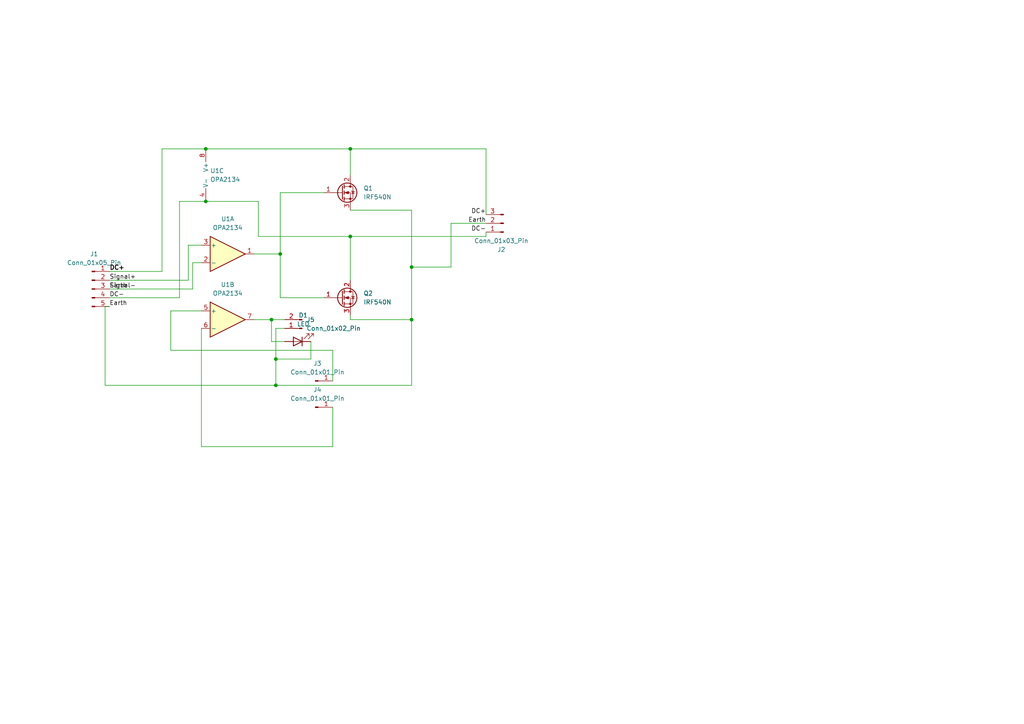
<source format=kicad_sch>
(kicad_sch (version 20250114) (generator "eeschema") (generator_version "9.0")
  (paper "A4")
  (lib_symbols
    (symbol "Amplifier_Operational:OPA2134" (pin_names (offset 0.127))
      (property "Reference" "U" (at 0 5.08 0))
      (property "Value" "OPA2134" (at 0 -5.08 0))
      (symbol "OPA2134_1_1"
        (polyline (pts (xy -5.08 5.08) (xy 5.08 0) (xy -5.08 -5.08) (xy -5.08 5.08)) (stroke (width 0.254)) (fill (type background)))
        (pin input line (at -7.62 2.54 0) (length 2.54) (name "+") (number "3"))
        (pin input line (at -7.62 -2.54 0) (length 2.54) (name "-") (number "2"))
        (pin output line (at 7.62 0 180) (length 2.54) (name "~") (number "1"))
      )
      (symbol "OPA2134_2_1"
        (polyline (pts (xy -5.08 5.08) (xy 5.08 0) (xy -5.08 -5.08) (xy -5.08 5.08)) (stroke (width 0.254)) (fill (type background)))
        (pin input line (at -7.62 2.54 0) (length 2.54) (name "+") (number "5"))
        (pin input line (at -7.62 -2.54 0) (length 2.54) (name "-") (number "6"))
        (pin output line (at 7.62 0 180) (length 2.54) (name "~") (number "7"))
      )
      (symbol "OPA2134_3_1"
        (pin power_in line (at -2.54 7.62 270) (length 3.81) (name "V+") (number "8"))
        (pin power_in line (at -2.54 -7.62 90) (length 3.81) (name "V-") (number "4"))
      )
    )
    (symbol "Connector:Conn_01x01_Pin" (pin_names (offset 1.016) (hide yes))
      (property "Reference" "J" (at 0 2.54 0))
      (property "Value" "Conn_01x01_Pin" (at 0 -2.54 0))
      (symbol "Conn_01x01_Pin_1_1"
        (rectangle (start 0.8636 0.127) (end 0 -0.127) (stroke (width 0.1524)) (fill (type outline)))
        (polyline (pts (xy 1.27 0) (xy 0.8636 0)) (stroke (width 0.1524)))
        (pin passive line (at 5.08 0 180) (length 3.81) (name "Pin_1") (number "1"))
      )
    )
    (symbol "Connector:Conn_01x02_Pin" (pin_names (offset 1.016) (hide yes))
      (property "Reference" "J" (at 0 2.54 0))
      (property "Value" "Conn_01x02_Pin" (at 0 -5.08 0))
      (symbol "Conn_01x02_Pin_1_1"
        (rectangle (start 0.8636 0.127) (end 0 -0.127) (stroke (width 0.1524)) (fill (type outline)))
        (rectangle (start 0.8636 -2.413) (end 0 -2.667) (stroke (width 0.1524)) (fill (type outline)))
        (polyline (pts (xy 1.27 0) (xy 0.8636 0)) (stroke (width 0.1524)))
        (polyline (pts (xy 1.27 -2.54) (xy 0.8636 -2.54)) (stroke (width 0.1524)))
        (pin passive line (at 5.08 0 180) (length 3.81) (name "Pin_1") (number "1"))
        (pin passive line (at 5.08 -2.54 180) (length 3.81) (name "Pin_2") (number "2"))
      )
    )
    (symbol "Connector:Conn_01x03_Pin" (pin_names (offset 1.016) (hide yes))
      (property "Reference" "J" (at 0 5.08 0))
      (property "Value" "Conn_01x03_Pin" (at 0 -5.08 0))
      (symbol "Conn_01x03_Pin_1_1"
        (rectangle (start 0.8636 2.667) (end 0 2.413) (stroke (width 0.1524)) (fill (type outline)))
        (rectangle (start 0.8636 0.127) (end 0 -0.127) (stroke (width 0.1524)) (fill (type outline)))
        (rectangle (start 0.8636 -2.413) (end 0 -2.667) (stroke (width 0.1524)) (fill (type outline)))
        (polyline (pts (xy 1.27 2.54) (xy 0.8636 2.54)) (stroke (width 0.1524)))
        (polyline (pts (xy 1.27 0) (xy 0.8636 0)) (stroke (width 0.1524)))
        (polyline (pts (xy 1.27 -2.54) (xy 0.8636 -2.54)) (stroke (width 0.1524)))
        (pin passive line (at 5.08 2.54 180) (length 3.81) (name "Pin_1") (number "1"))
        (pin passive line (at 5.08 0 180) (length 3.81) (name "Pin_2") (number "2"))
        (pin passive line (at 5.08 -2.54 180) (length 3.81) (name "Pin_3") (number "3"))
      )
    )
    (symbol "Connector:Conn_01x05_Pin" (pin_names (offset 1.016) (hide yes))
      (property "Reference" "J" (at 0 7.62 0))
      (property "Value" "Conn_01x05_Pin" (at 0 -7.62 0))
      (symbol "Conn_01x05_Pin_1_1"
        (rectangle (start 0.8636 5.207) (end 0 4.953) (stroke (width 0.1524)) (fill (type outline)))
        (rectangle (start 0.8636 2.667) (end 0 2.413) (stroke (width 0.1524)) (fill (type outline)))
        (rectangle (start 0.8636 0.127) (end 0 -0.127) (stroke (width 0.1524)) (fill (type outline)))
        (rectangle (start 0.8636 -2.413) (end 0 -2.667) (stroke (width 0.1524)) (fill (type outline)))
        (rectangle (start 0.8636 -4.953) (end 0 -5.207) (stroke (width 0.1524)) (fill (type outline)))
        (polyline (pts (xy 1.27 5.08) (xy 0.8636 5.08)) (stroke (width 0.1524)))
        (polyline (pts (xy 1.27 2.54) (xy 0.8636 2.54)) (stroke (width 0.1524)))
        (polyline (pts (xy 1.27 0) (xy 0.8636 0)) (stroke (width 0.1524)))
        (polyline (pts (xy 1.27 -2.54) (xy 0.8636 -2.54)) (stroke (width 0.1524)))
        (polyline (pts (xy 1.27 -5.08) (xy 0.8636 -5.08)) (stroke (width 0.1524)))
        (pin passive line (at 5.08 5.08 180) (length 3.81) (name "Pin_1") (number "1"))
        (pin passive line (at 5.08 2.54 180) (length 3.81) (name "Pin_2") (number "2"))
        (pin passive line (at 5.08 0 180) (length 3.81) (name "Pin_3") (number "3"))
        (pin passive line (at 5.08 -2.54 180) (length 3.81) (name "Pin_4") (number "4"))
        (pin passive line (at 5.08 -5.08 180) (length 3.81) (name "Pin_5") (number "5"))
      )
    )
    (symbol "Device:LED" (pin_numbers (hide yes)) (pin_names (offset 1.016) (hide yes))
      (property "Reference" "D" (at 0 2.54 0))
      (property "Value" "LED" (at 0 -2.54 0))
      (symbol "LED_0_1"
        (polyline (pts (xy -3.048 -0.762) (xy -4.572 -2.286) (xy -3.81 -2.286) (xy -4.572 -2.286) (xy -4.572 -1.524)))
        (polyline (pts (xy -1.778 -0.762) (xy -3.302 -2.286) (xy -2.54 -2.286) (xy -3.302 -2.286) (xy -3.302 -1.524)))
        (polyline (pts (xy -1.27 0) (xy 1.27 0)))
        (polyline (pts (xy -1.27 -1.27) (xy -1.27 1.27)) (stroke (width 0.254)))
        (polyline (pts (xy 1.27 -1.27) (xy 1.27 1.27) (xy -1.27 0) (xy 1.27 -1.27)) (stroke (width 0.254)))
      )
      (symbol "LED_1_1"
        (pin passive line (at -3.81 0 0) (length 2.54) (name "K") (number "1"))
        (pin passive line (at 3.81 0 180) (length 2.54) (name "A") (number "2"))
      )
    )
    (symbol "Transistor_FET:IRF540N" (pin_names (hide yes))
      (property "Reference" "Q" (at 5.08 1.905 0))
      (property "Value" "IRF540N" (at 5.08 0 0))
      (symbol "IRF540N_0_1"
        (polyline (pts (xy 0.254 1.905) (xy 0.254 -1.905)) (stroke (width 0.254)))
        (polyline (pts (xy 0.254 0) (xy -2.54 0)))
        (polyline (pts (xy 0.762 2.286) (xy 0.762 1.27)) (stroke (width 0.254)))
        (polyline (pts (xy 0.762 0.508) (xy 0.762 -0.508)) (stroke (width 0.254)))
        (polyline (pts (xy 0.762 -1.27) (xy 0.762 -2.286)) (stroke (width 0.254)))
        (polyline (pts (xy 0.762 -1.778) (xy 3.302 -1.778) (xy 3.302 1.778) (xy 0.762 1.778)))
        (polyline (pts (xy 1.016 0) (xy 2.032 0.381) (xy 2.032 -0.381) (xy 1.016 0)) (fill (type outline)))
        (circle (center 1.651 0) (radius 2.794) (stroke (width 0.254)))
        (polyline (pts (xy 2.54 2.54) (xy 2.54 1.778)))
        (circle (center 2.54 1.778) (radius 0.254) (fill (type outline)))
        (circle (center 2.54 -1.778) (radius 0.254) (fill (type outline)))
        (polyline (pts (xy 2.54 -2.54) (xy 2.54 0) (xy 0.762 0)))
        (polyline (pts (xy 2.794 0.508) (xy 2.921 0.381) (xy 3.683 0.381) (xy 3.81 0.254)))
        (polyline (pts (xy 3.302 0.381) (xy 2.921 -0.254) (xy 3.683 -0.254) (xy 3.302 0.381)))
      )
      (symbol "IRF540N_1_1"
        (pin input line (at -5.08 0 0) (length 2.54) (name "G") (number "1"))
        (pin passive line (at 2.54 5.08 270) (length 2.54) (name "D") (number "2"))
        (pin passive line (at 2.54 -5.08 90) (length 2.54) (name "S") (number "3"))
      )
    )
  )
  (junction (at 59.69 43.18))
  (junction (at 81.28 73.66))
  (junction (at 80.01 111.76))
  (junction (at 119.38 77.47))
  (junction (at 80.01 104.14))
  (junction (at 78.74 92.71))
  (junction (at 101.6 43.18))
  (junction (at 119.38 92.71))
  (junction (at 59.69 58.42))
  (junction (at 101.6 68.58))
  (wire (pts (xy 58.42 95.25) (xy 58.42 129.54)))
  (wire (pts (xy 80.01 95.25) (xy 80.01 104.14)))
  (wire (pts (xy 119.38 77.47) (xy 119.38 92.71)))
  (wire (pts (xy 90.17 104.14) (xy 80.01 104.14)))
  (wire (pts (xy 58.42 90.17) (xy 49.53 90.17)))
  (wire (pts (xy 96.52 101.6) (xy 49.53 101.6)))
  (wire (pts (xy 78.74 99.06) (xy 78.74 92.71)))
  (wire (pts (xy 82.55 95.25) (xy 80.01 95.25)))
  (wire (pts (xy 140.97 67.31) (xy 140.97 68.58)))
  (wire (pts (xy 140.97 43.18) (xy 140.97 62.23)))
  (wire (pts (xy 90.17 99.06) (xy 90.17 104.14)))
  (wire (pts (xy 31.75 81.28) (xy 54.61 81.28)))
  (wire (pts (xy 101.6 92.71) (xy 119.38 92.71)))
  (wire (pts (xy 46.99 78.74) (xy 46.99 43.18)))
  (wire (pts (xy 101.6 60.96) (xy 119.38 60.96)))
  (wire (pts (xy 101.6 43.18) (xy 59.69 43.18)))
  (wire (pts (xy 101.6 50.8) (xy 101.6 43.18)))
  (wire (pts (xy 140.97 64.77) (xy 130.81 64.77)))
  (wire (pts (xy 31.75 78.74) (xy 46.99 78.74)))
  (wire (pts (xy 52.07 86.36) (xy 52.07 58.42)))
  (wire (pts (xy 81.28 86.36) (xy 93.98 86.36)))
  (wire (pts (xy 101.6 68.58) (xy 140.97 68.58)))
  (wire (pts (xy 31.75 86.36) (xy 52.07 86.36)))
  (wire (pts (xy 80.01 104.14) (xy 80.01 111.76)))
  (wire (pts (xy 81.28 55.88) (xy 93.98 55.88)))
  (wire (pts (xy 80.01 111.76) (xy 30.48 111.76)))
  (wire (pts (xy 82.55 99.06) (xy 78.74 99.06)))
  (wire (pts (xy 101.6 91.44) (xy 101.6 92.71)))
  (wire (pts (xy 78.74 92.71) (xy 82.55 92.71)))
  (wire (pts (xy 30.48 111.76) (xy 30.48 88.9)))
  (wire (pts (xy 73.66 73.66) (xy 81.28 73.66)))
  (wire (pts (xy 130.81 64.77) (xy 130.81 77.47)))
  (wire (pts (xy 130.81 77.47) (xy 119.38 77.47)))
  (wire (pts (xy 52.07 58.42) (xy 59.69 58.42)))
  (wire (pts (xy 46.99 43.18) (xy 59.69 43.18)))
  (wire (pts (xy 30.48 88.9) (xy 31.75 88.9)))
  (wire (pts (xy 31.75 83.82) (xy 55.88 83.82)))
  (wire (pts (xy 55.88 83.82) (xy 55.88 76.2)))
  (wire (pts (xy 119.38 60.96) (xy 119.38 77.47)))
  (wire (pts (xy 119.38 92.71) (xy 119.38 111.76)))
  (wire (pts (xy 58.42 129.54) (xy 96.52 129.54)))
  (wire (pts (xy 74.93 68.58) (xy 74.93 58.42)))
  (wire (pts (xy 101.6 43.18) (xy 140.97 43.18)))
  (wire (pts (xy 74.93 68.58) (xy 101.6 68.58)))
  (wire (pts (xy 74.93 58.42) (xy 59.69 58.42)))
  (wire (pts (xy 81.28 73.66) (xy 81.28 55.88)))
  (wire (pts (xy 96.52 110.49) (xy 96.52 101.6)))
  (wire (pts (xy 55.88 76.2) (xy 58.42 76.2)))
  (wire (pts (xy 81.28 73.66) (xy 81.28 86.36)))
  (wire (pts (xy 96.52 129.54) (xy 96.52 118.11)))
  (wire (pts (xy 54.61 81.28) (xy 54.61 71.12)))
  (wire (pts (xy 101.6 68.58) (xy 101.6 81.28)))
  (wire (pts (xy 49.53 90.17) (xy 49.53 101.6)))
  (wire (pts (xy 73.66 92.71) (xy 78.74 92.71)))
  (wire (pts (xy 119.38 111.76) (xy 80.01 111.76)))
  (wire (pts (xy 54.61 71.12) (xy 58.42 71.12)))
  (label "DC+" (at 140.97 62.23 180))
  (label "DC-" (at 140.97 67.31 180))
  (label "Earth" (at 31.75 83.82 0))
  (label "DC+" (at 31.75 78.74 0) (effects (font (thickness 0.254) (bold yes))))
  (label "DC-" (at 31.75 86.36 0))
  (label "Signal-" (at 31.75 83.82 0))
  (label "Earth" (at 31.75 88.9 0))
  (label "Signal+" (at 31.75 81.28 0))
  (label "Earth" (at 140.97 64.77 180))
  (symbol (lib_id "Device:LED") (at 86.36 99.06 180) (unit 1)
    (property "Reference" "D1" (at 87.9475 91.44 0))
    (property "Value" "LED" (at 87.9475 93.98 0))
    (property "Description" "Light emitting diode" (effects (hide yes)))
    (property "Sim.Pins" "1=K 2=A" (effects (hide yes)))
  )
  (symbol (lib_id "Connector:Conn_01x01_Pin") (at 91.44 110.49 0) (unit 1)
    (property "Reference" "J3" (at 92.075 105.41 0))
    (property "Value" "Conn_01x01_Pin" (at 92.075 107.95 0))
    (property "Description" "Generic connector, single row, 01x01, script generated" (effects (hide yes)))
  )
  (symbol (lib_id "Amplifier_Operational:OPA2134") (at 66.04 92.71 0) (unit 2)
    (property "Reference" "U1" (at 66.04 82.55 0))
    (property "Value" "OPA2134" (at 66.04 85.09 0))
    (property "Datasheet" "http://www.ti.com/lit/ds/symlink/opa134.pdf" (effects (hide yes)))
    (property "Description" "Dual SoundPlus High Performance Audio Operational Amplifiers, DIP-8/SOIC-8" (effects (hide yes)))
  )
  (symbol (lib_id "Connector:Conn_01x03_Pin") (at 146.05 64.77 180) (unit 1)
    (property "Reference" "J2" (at 145.415 72.39 0))
    (property "Value" "Conn_01x03_Pin" (at 145.415 69.85 0))
    (property "Description" "Generic connector, single row, 01x03, script generated" (effects (hide yes)))
  )
  (symbol (lib_id "Transistor_FET:IRF540N") (at 99.06 86.36 0) (unit 1)
    (property "Reference" "Q2" (at 105.41 85.0899 0) (effects (justify left)))
    (property "Value" "IRF540N" (at 105.41 87.6299 0) (effects (justify left)))
    (property "Footprint" "Package_TO_SOT_THT:TO-220-3_Vertical" (effects (hide yes)))
    (property "Datasheet" "http://www.irf.com/product-info/datasheets/data/irf540n.pdf" (effects (hide yes)))
    (property "Description" "33A Id, 100V Vds, HEXFET N-Channel MOSFET, TO-220" (effects (hide yes)))
  )
  (symbol (lib_id "Connector:Conn_01x05_Pin") (at 26.67 83.82 0) (unit 1)
    (property "Reference" "J1" (at 27.305 73.66 0))
    (property "Value" "Conn_01x05_Pin" (at 27.305 76.2 0))
    (property "Description" "Generic connector, single row, 01x05, script generated" (effects (hide yes)))
  )
  (symbol (lib_id "Transistor_FET:IRF540N") (at 99.06 55.88 0) (unit 1)
    (property "Reference" "Q1" (at 105.41 54.6099 0) (effects (justify left)))
    (property "Value" "IRF540N" (at 105.41 57.1499 0) (effects (justify left)))
    (property "Footprint" "Package_TO_SOT_THT:TO-220-3_Vertical" (effects (hide yes)))
    (property "Datasheet" "http://www.irf.com/product-info/datasheets/data/irf540n.pdf" (effects (hide yes)))
    (property "Description" "33A Id, 100V Vds, HEXFET N-Channel MOSFET, TO-220" (effects (hide yes)))
  )
  (symbol (lib_id "Amplifier_Operational:OPA2134") (at 62.23 50.8 0) (unit 3)
    (property "Reference" "U1" (at 60.96 49.5299 0) (effects (justify left)))
    (property "Value" "OPA2134" (at 60.96 52.0699 0) (effects (justify left)))
    (property "Datasheet" "http://www.ti.com/lit/ds/symlink/opa134.pdf" (effects (hide yes)))
    (property "Description" "Dual SoundPlus High Performance Audio Operational Amplifiers, DIP-8/SOIC-8" (effects (hide yes)))
  )
  (symbol (lib_id "Connector:Conn_01x02_Pin") (at 87.63 95.25 180) (unit 1)
    (property "Reference" "J5" (at 88.9 92.7099 0) (effects (justify right)))
    (property "Value" "Conn_01x02_Pin" (at 88.9 95.2499 0) (effects (justify right)))
    (property "Description" "Generic connector, single row, 01x02, script generated" (effects (hide yes)))
  )
  (symbol (lib_id "Connector:Conn_01x01_Pin") (at 91.44 118.11 0) (unit 1)
    (property "Reference" "J4" (at 92.075 113.03 0))
    (property "Value" "Conn_01x01_Pin" (at 92.075 115.57 0))
    (property "Description" "Generic connector, single row, 01x01, script generated" (effects (hide yes)))
  )
  (symbol (lib_id "Amplifier_Operational:OPA2134") (at 66.04 73.66 0) (unit 1)
    (property "Reference" "U1" (at 66.04 63.5 0))
    (property "Value" "OPA2134" (at 66.04 66.04 0))
    (property "Datasheet" "http://www.ti.com/lit/ds/symlink/opa134.pdf" (effects (hide yes)))
    (property "Description" "Dual SoundPlus High Performance Audio Operational Amplifiers, DIP-8/SOIC-8" (effects (hide yes)))
  )
)
</source>
